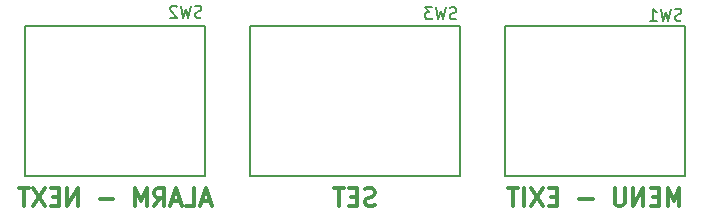
<source format=gbo>
G04 #@! TF.GenerationSoftware,KiCad,Pcbnew,5.0.0-fee4fd1~65~ubuntu17.10.1*
G04 #@! TF.CreationDate,2018-08-22T05:19:15-04:00*
G04 #@! TF.ProjectId,touch,746F7563682E6B696361645F70636200,B*
G04 #@! TF.SameCoordinates,Original*
G04 #@! TF.FileFunction,Legend,Bot*
G04 #@! TF.FilePolarity,Positive*
%FSLAX46Y46*%
G04 Gerber Fmt 4.6, Leading zero omitted, Abs format (unit mm)*
G04 Created by KiCad (PCBNEW 5.0.0-fee4fd1~65~ubuntu17.10.1) date Wed Aug 22 05:19:15 2018*
%MOMM*%
%LPD*%
G01*
G04 APERTURE LIST*
%ADD10C,0.300000*%
%ADD11C,0.150000*%
%ADD12C,0.180000*%
G04 APERTURE END LIST*
D10*
X176052857Y-109771571D02*
X176052857Y-108271571D01*
X175552857Y-109343000D01*
X175052857Y-108271571D01*
X175052857Y-109771571D01*
X174338571Y-108985857D02*
X173838571Y-108985857D01*
X173624285Y-109771571D02*
X174338571Y-109771571D01*
X174338571Y-108271571D01*
X173624285Y-108271571D01*
X172981428Y-109771571D02*
X172981428Y-108271571D01*
X172124285Y-109771571D01*
X172124285Y-108271571D01*
X171410000Y-108271571D02*
X171410000Y-109485857D01*
X171338571Y-109628714D01*
X171267142Y-109700142D01*
X171124285Y-109771571D01*
X170838571Y-109771571D01*
X170695714Y-109700142D01*
X170624285Y-109628714D01*
X170552857Y-109485857D01*
X170552857Y-108271571D01*
X168695714Y-109200142D02*
X167552857Y-109200142D01*
X165695714Y-108985857D02*
X165195714Y-108985857D01*
X164981428Y-109771571D02*
X165695714Y-109771571D01*
X165695714Y-108271571D01*
X164981428Y-108271571D01*
X164481428Y-108271571D02*
X163481428Y-109771571D01*
X163481428Y-108271571D02*
X164481428Y-109771571D01*
X162910000Y-109771571D02*
X162910000Y-108271571D01*
X162410000Y-108271571D02*
X161552857Y-108271571D01*
X161981428Y-109771571D02*
X161981428Y-108271571D01*
X150268571Y-109700142D02*
X150054285Y-109771571D01*
X149697142Y-109771571D01*
X149554285Y-109700142D01*
X149482857Y-109628714D01*
X149411428Y-109485857D01*
X149411428Y-109343000D01*
X149482857Y-109200142D01*
X149554285Y-109128714D01*
X149697142Y-109057285D01*
X149982857Y-108985857D01*
X150125714Y-108914428D01*
X150197142Y-108843000D01*
X150268571Y-108700142D01*
X150268571Y-108557285D01*
X150197142Y-108414428D01*
X150125714Y-108343000D01*
X149982857Y-108271571D01*
X149625714Y-108271571D01*
X149411428Y-108343000D01*
X148768571Y-108985857D02*
X148268571Y-108985857D01*
X148054285Y-109771571D02*
X148768571Y-109771571D01*
X148768571Y-108271571D01*
X148054285Y-108271571D01*
X147625714Y-108271571D02*
X146768571Y-108271571D01*
X147197142Y-109771571D02*
X147197142Y-108271571D01*
X136305714Y-109343000D02*
X135591428Y-109343000D01*
X136448571Y-109771571D02*
X135948571Y-108271571D01*
X135448571Y-109771571D01*
X134234285Y-109771571D02*
X134948571Y-109771571D01*
X134948571Y-108271571D01*
X133805714Y-109343000D02*
X133091428Y-109343000D01*
X133948571Y-109771571D02*
X133448571Y-108271571D01*
X132948571Y-109771571D01*
X131591428Y-109771571D02*
X132091428Y-109057285D01*
X132448571Y-109771571D02*
X132448571Y-108271571D01*
X131877142Y-108271571D01*
X131734285Y-108343000D01*
X131662857Y-108414428D01*
X131591428Y-108557285D01*
X131591428Y-108771571D01*
X131662857Y-108914428D01*
X131734285Y-108985857D01*
X131877142Y-109057285D01*
X132448571Y-109057285D01*
X130948571Y-109771571D02*
X130948571Y-108271571D01*
X130448571Y-109343000D01*
X129948571Y-108271571D01*
X129948571Y-109771571D01*
X128091428Y-109200142D02*
X126948571Y-109200142D01*
X125091428Y-109771571D02*
X125091428Y-108271571D01*
X124234285Y-109771571D01*
X124234285Y-108271571D01*
X123520000Y-108985857D02*
X123020000Y-108985857D01*
X122805714Y-109771571D02*
X123520000Y-109771571D01*
X123520000Y-108271571D01*
X122805714Y-108271571D01*
X122305714Y-108271571D02*
X121305714Y-109771571D01*
X121305714Y-108271571D02*
X122305714Y-109771571D01*
X120948571Y-108271571D02*
X120091428Y-108271571D01*
X120520000Y-109771571D02*
X120520000Y-108271571D01*
D11*
G04 #@! TO.C,SW1*
X176530000Y-107188000D02*
X176530000Y-94488000D01*
X161290000Y-107188000D02*
X176530000Y-107188000D01*
X161290000Y-94488000D02*
X161290000Y-107188000D01*
X176530000Y-94488000D02*
X161290000Y-94488000D01*
G04 #@! TO.C,SW2*
X135890000Y-107188000D02*
X135890000Y-94488000D01*
X120650000Y-107188000D02*
X135890000Y-107188000D01*
X120650000Y-94488000D02*
X120650000Y-107188000D01*
X135890000Y-94488000D02*
X120650000Y-94488000D01*
G04 #@! TO.C,SW3*
X139700000Y-94488000D02*
X139700000Y-107188000D01*
X157480000Y-94488000D02*
X139700000Y-94488000D01*
X157480000Y-107188000D02*
X157480000Y-94488000D01*
X139700000Y-107188000D02*
X157480000Y-107188000D01*
G04 #@! TO.C,SW1*
D12*
X176222523Y-94011761D02*
X176079666Y-94059380D01*
X175841571Y-94059380D01*
X175746333Y-94011761D01*
X175698714Y-93964142D01*
X175651095Y-93868904D01*
X175651095Y-93773666D01*
X175698714Y-93678428D01*
X175746333Y-93630809D01*
X175841571Y-93583190D01*
X176032047Y-93535571D01*
X176127285Y-93487952D01*
X176174904Y-93440333D01*
X176222523Y-93345095D01*
X176222523Y-93249857D01*
X176174904Y-93154619D01*
X176127285Y-93107000D01*
X176032047Y-93059380D01*
X175793952Y-93059380D01*
X175651095Y-93107000D01*
X175317761Y-93059380D02*
X175079666Y-94059380D01*
X174889190Y-93345095D01*
X174698714Y-94059380D01*
X174460619Y-93059380D01*
X173555857Y-94059380D02*
X174127285Y-94059380D01*
X173841571Y-94059380D02*
X173841571Y-93059380D01*
X173936809Y-93202238D01*
X174032047Y-93297476D01*
X174127285Y-93345095D01*
G04 #@! TO.C,SW2*
X135582523Y-93757761D02*
X135439666Y-93805380D01*
X135201571Y-93805380D01*
X135106333Y-93757761D01*
X135058714Y-93710142D01*
X135011095Y-93614904D01*
X135011095Y-93519666D01*
X135058714Y-93424428D01*
X135106333Y-93376809D01*
X135201571Y-93329190D01*
X135392047Y-93281571D01*
X135487285Y-93233952D01*
X135534904Y-93186333D01*
X135582523Y-93091095D01*
X135582523Y-92995857D01*
X135534904Y-92900619D01*
X135487285Y-92853000D01*
X135392047Y-92805380D01*
X135153952Y-92805380D01*
X135011095Y-92853000D01*
X134677761Y-92805380D02*
X134439666Y-93805380D01*
X134249190Y-93091095D01*
X134058714Y-93805380D01*
X133820619Y-92805380D01*
X133487285Y-92900619D02*
X133439666Y-92853000D01*
X133344428Y-92805380D01*
X133106333Y-92805380D01*
X133011095Y-92853000D01*
X132963476Y-92900619D01*
X132915857Y-92995857D01*
X132915857Y-93091095D01*
X132963476Y-93233952D01*
X133534904Y-93805380D01*
X132915857Y-93805380D01*
G04 #@! TO.C,SW3*
X157172523Y-93884761D02*
X157029666Y-93932380D01*
X156791571Y-93932380D01*
X156696333Y-93884761D01*
X156648714Y-93837142D01*
X156601095Y-93741904D01*
X156601095Y-93646666D01*
X156648714Y-93551428D01*
X156696333Y-93503809D01*
X156791571Y-93456190D01*
X156982047Y-93408571D01*
X157077285Y-93360952D01*
X157124904Y-93313333D01*
X157172523Y-93218095D01*
X157172523Y-93122857D01*
X157124904Y-93027619D01*
X157077285Y-92980000D01*
X156982047Y-92932380D01*
X156743952Y-92932380D01*
X156601095Y-92980000D01*
X156267761Y-92932380D02*
X156029666Y-93932380D01*
X155839190Y-93218095D01*
X155648714Y-93932380D01*
X155410619Y-92932380D01*
X155124904Y-92932380D02*
X154505857Y-92932380D01*
X154839190Y-93313333D01*
X154696333Y-93313333D01*
X154601095Y-93360952D01*
X154553476Y-93408571D01*
X154505857Y-93503809D01*
X154505857Y-93741904D01*
X154553476Y-93837142D01*
X154601095Y-93884761D01*
X154696333Y-93932380D01*
X154982047Y-93932380D01*
X155077285Y-93884761D01*
X155124904Y-93837142D01*
G04 #@! TD*
M02*

</source>
